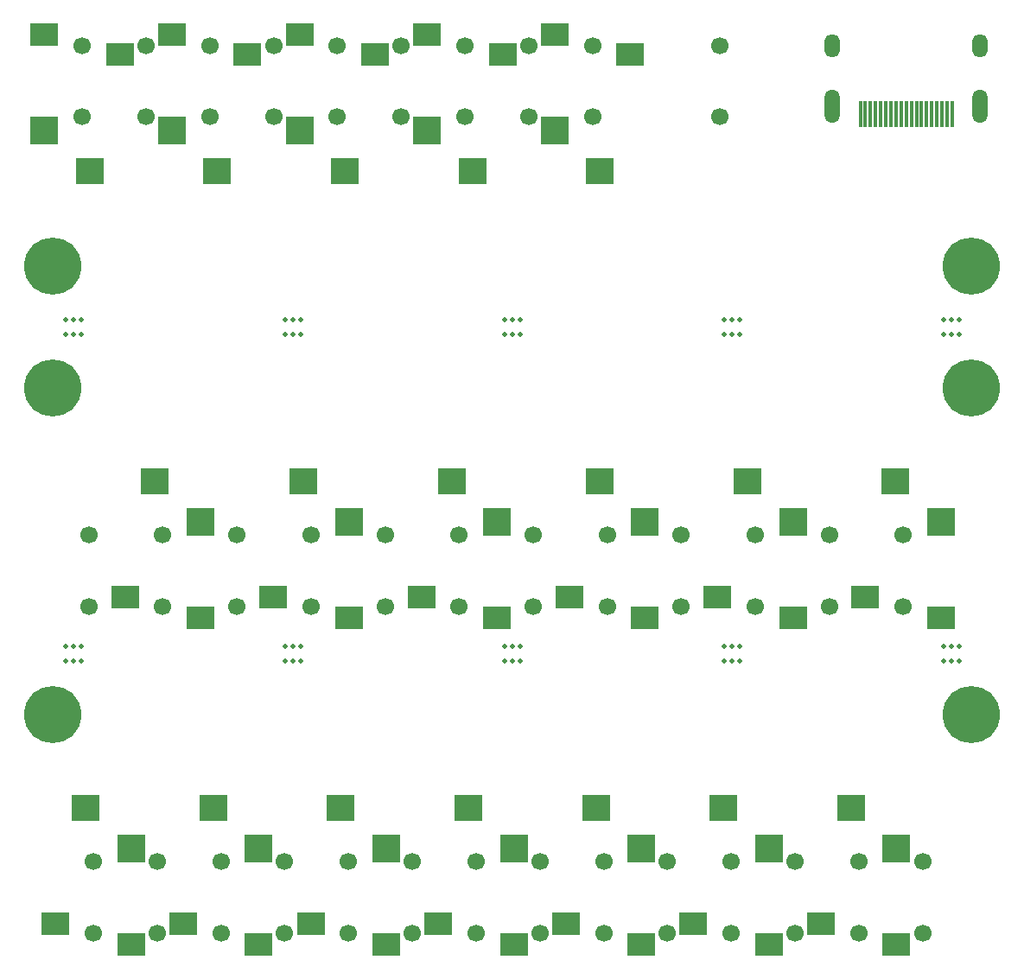
<source format=gbr>
%TF.GenerationSoftware,KiCad,Pcbnew,8.0.5*%
%TF.CreationDate,2024-11-15T20:40:57-05:00*%
%TF.ProjectId,One-8-DM5,4f6e652d-382d-4444-9d35-2e6b69636164,rev?*%
%TF.SameCoordinates,Original*%
%TF.FileFunction,Soldermask,Top*%
%TF.FilePolarity,Negative*%
%FSLAX46Y46*%
G04 Gerber Fmt 4.6, Leading zero omitted, Abs format (unit mm)*
G04 Created by KiCad (PCBNEW 8.0.5) date 2024-11-15 20:40:57*
%MOMM*%
%LPD*%
G01*
G04 APERTURE LIST*
%ADD10C,0.500000*%
%ADD11C,1.700000*%
%ADD12R,2.800000X2.200000*%
%ADD13R,2.800000X2.800000*%
%ADD14R,2.800000X2.600000*%
%ADD15C,5.600000*%
%ADD16R,0.300000X2.600000*%
%ADD17O,1.500000X3.300000*%
%ADD18O,1.500000X2.300000*%
G04 APERTURE END LIST*
D10*
%TO.C,H9*%
X174012500Y-76100000D03*
X174012500Y-77600000D03*
X174762500Y-76100000D03*
X174762500Y-77600000D03*
X175512500Y-76100000D03*
X175512500Y-77600000D03*
%TD*%
D11*
%TO.C,J4*%
X171212500Y-136250000D03*
X171212500Y-129250000D03*
D12*
X167512500Y-135350000D03*
X174912500Y-137350000D03*
D13*
X174912500Y-127950000D03*
D14*
X170462500Y-123950000D03*
%TD*%
D11*
%TO.C,J3*%
X158712500Y-136250000D03*
X158712500Y-129250000D03*
D12*
X155012500Y-135350000D03*
X162412500Y-137350000D03*
D13*
X162412500Y-127950000D03*
D14*
X157962500Y-123950000D03*
%TD*%
D15*
%TO.C,H4*%
X219762500Y-82850000D03*
%TD*%
D11*
%TO.C,J9*%
X140512500Y-104250000D03*
X140512500Y-97250000D03*
D12*
X136812500Y-103350000D03*
X144212500Y-105350000D03*
D13*
X144212500Y-95950000D03*
D14*
X139762500Y-91950000D03*
%TD*%
D11*
%TO.C,J1*%
X133712500Y-136250000D03*
X133712500Y-129250000D03*
D12*
X130012500Y-135350000D03*
X137412500Y-137350000D03*
D13*
X137412500Y-127950000D03*
D14*
X132962500Y-123950000D03*
%TD*%
D15*
%TO.C,H5*%
X129762500Y-114850000D03*
%TD*%
%TO.C,H2*%
X219762500Y-70850000D03*
%TD*%
D10*
%TO.C,H16*%
X217012500Y-108100000D03*
X217012500Y-109600000D03*
X217762500Y-108100000D03*
X217762500Y-109600000D03*
X218512500Y-108100000D03*
X218512500Y-109600000D03*
%TD*%
%TO.C,H7*%
X131012500Y-76100000D03*
X131012500Y-77600000D03*
X131762500Y-76100000D03*
X131762500Y-77600000D03*
X132512500Y-76100000D03*
X132512500Y-77600000D03*
%TD*%
D11*
%TO.C,J16*%
X145112500Y-49255000D03*
X145112500Y-56255000D03*
D12*
X148812500Y-50155000D03*
X141412500Y-48155000D03*
D13*
X141412500Y-57555000D03*
D14*
X145862500Y-61555000D03*
%TD*%
D11*
%TO.C,J26*%
X155062500Y-104250000D03*
X155062500Y-97250000D03*
D12*
X151362500Y-103350000D03*
X158762500Y-105350000D03*
D13*
X158762500Y-95950000D03*
D14*
X154312500Y-91950000D03*
%TD*%
D11*
%TO.C,J7*%
X208712500Y-136250000D03*
X208712500Y-129250000D03*
D12*
X205012500Y-135350000D03*
X212412500Y-137350000D03*
D13*
X212412500Y-127950000D03*
D14*
X207962500Y-123950000D03*
%TD*%
D11*
%TO.C,J27*%
X169562500Y-104250000D03*
X169562500Y-97250000D03*
D12*
X165862500Y-103350000D03*
X173262500Y-105350000D03*
D13*
X173262500Y-95950000D03*
D14*
X168812500Y-91950000D03*
%TD*%
D10*
%TO.C,H13*%
X152512500Y-108100000D03*
X152512500Y-109600000D03*
X153262500Y-108100000D03*
X153262500Y-109600000D03*
X154012500Y-108100000D03*
X154012500Y-109600000D03*
%TD*%
%TO.C,H10*%
X195512500Y-76100000D03*
X195512500Y-77600000D03*
X196262500Y-76100000D03*
X196262500Y-77600000D03*
X197012500Y-76100000D03*
X197012500Y-77600000D03*
%TD*%
D16*
%TO.C,J23*%
X208862500Y-55975000D03*
X209362500Y-55975000D03*
X209862500Y-55975000D03*
X210362500Y-55975000D03*
X210862500Y-55975000D03*
X211362500Y-55975000D03*
X211862500Y-55975000D03*
X212362500Y-55975000D03*
X212862500Y-55975000D03*
X213362500Y-55975000D03*
X213862500Y-55975000D03*
X214362500Y-55975000D03*
X214862500Y-55975000D03*
X215362500Y-55975000D03*
X215862500Y-55975000D03*
X216362500Y-55975000D03*
X216862500Y-55975000D03*
X217362500Y-55975000D03*
X217862500Y-55975000D03*
D17*
X206112500Y-55215000D03*
X220612500Y-55215000D03*
D18*
X206112500Y-49255000D03*
X220612500Y-49255000D03*
%TD*%
D11*
%TO.C,J22*%
X182612500Y-49255000D03*
X182612500Y-56255000D03*
D12*
X186312500Y-50155000D03*
X178912500Y-48155000D03*
D13*
X178912500Y-57555000D03*
D14*
X183362500Y-61555000D03*
%TD*%
D10*
%TO.C,H15*%
X195512500Y-108100000D03*
X195512500Y-109600000D03*
X196262500Y-108100000D03*
X196262500Y-109600000D03*
X197012500Y-108100000D03*
X197012500Y-109600000D03*
%TD*%
D11*
%TO.C,J2*%
X146212500Y-136250000D03*
X146212500Y-129250000D03*
D12*
X142512500Y-135350000D03*
X149912500Y-137350000D03*
D13*
X149912500Y-127950000D03*
D14*
X145462500Y-123950000D03*
%TD*%
D10*
%TO.C,H14*%
X174012500Y-108100000D03*
X174012500Y-109600000D03*
X174762500Y-108100000D03*
X174762500Y-109600000D03*
X175512500Y-108100000D03*
X175512500Y-109600000D03*
%TD*%
D11*
%TO.C,J6*%
X196212500Y-136250000D03*
X196212500Y-129250000D03*
D12*
X192512500Y-135350000D03*
X199912500Y-137350000D03*
D13*
X199912500Y-127950000D03*
D14*
X195462500Y-123950000D03*
%TD*%
D15*
%TO.C,H1*%
X129762500Y-70850000D03*
%TD*%
D11*
%TO.C,J31*%
X213062500Y-104250000D03*
X213062500Y-97250000D03*
D12*
X209362500Y-103350000D03*
X216762500Y-105350000D03*
D13*
X216762500Y-95950000D03*
D14*
X212312500Y-91950000D03*
%TD*%
D11*
%TO.C,J18*%
X157612500Y-49255000D03*
X157612500Y-56255000D03*
D12*
X161312500Y-50155000D03*
X153912500Y-48155000D03*
D13*
X153912500Y-57555000D03*
D14*
X158362500Y-61555000D03*
%TD*%
D10*
%TO.C,H11*%
X217012500Y-76100000D03*
X217012500Y-77600000D03*
X217762500Y-76100000D03*
X217762500Y-77600000D03*
X218512500Y-76100000D03*
X218512500Y-77600000D03*
%TD*%
%TO.C,H12*%
X131012500Y-108100000D03*
X131012500Y-109600000D03*
X131762500Y-108100000D03*
X131762500Y-109600000D03*
X132512500Y-108100000D03*
X132512500Y-109600000D03*
%TD*%
D11*
%TO.C,J13*%
X132612500Y-49255000D03*
X132612500Y-56255000D03*
D12*
X136312500Y-50155000D03*
X128912500Y-48155000D03*
D13*
X128912500Y-57555000D03*
D14*
X133362500Y-61555000D03*
%TD*%
D11*
%TO.C,J34*%
X184062500Y-104250000D03*
X184062500Y-97250000D03*
D12*
X180362500Y-103350000D03*
X187762500Y-105350000D03*
D13*
X187762500Y-95950000D03*
D14*
X183312500Y-91950000D03*
%TD*%
D10*
%TO.C,H8*%
X152512500Y-76100000D03*
X152512500Y-77600000D03*
X153262500Y-76100000D03*
X153262500Y-77600000D03*
X154012500Y-76100000D03*
X154012500Y-77600000D03*
%TD*%
D11*
%TO.C,J20*%
X170112500Y-49255000D03*
X170112500Y-56255000D03*
D12*
X173812500Y-50155000D03*
X166412500Y-48155000D03*
D13*
X166412500Y-57555000D03*
D14*
X170862500Y-61555000D03*
%TD*%
D11*
%TO.C,J30*%
X198562500Y-104250000D03*
X198562500Y-97250000D03*
D12*
X194862500Y-103350000D03*
X202262500Y-105350000D03*
D13*
X202262500Y-95950000D03*
D14*
X197812500Y-91950000D03*
%TD*%
D15*
%TO.C,H3*%
X129762500Y-82850000D03*
%TD*%
%TO.C,H6*%
X219762500Y-114850000D03*
%TD*%
D11*
%TO.C,J5*%
X183712500Y-136250000D03*
X183712500Y-129250000D03*
D12*
X180012500Y-135350000D03*
X187412500Y-137350000D03*
D13*
X187412500Y-127950000D03*
D14*
X182962500Y-123950000D03*
%TD*%
D11*
%TO.C,J19*%
X163895800Y-49255000D03*
X163895800Y-56255000D03*
%TD*%
%TO.C,J38*%
X202462500Y-136250000D03*
X202462500Y-129250000D03*
%TD*%
%TO.C,J8*%
X139962500Y-136250000D03*
X139962500Y-129250000D03*
%TD*%
%TO.C,J39*%
X214962500Y-136250000D03*
X214962500Y-129250000D03*
%TD*%
%TO.C,J12*%
X133312500Y-104250000D03*
X133312500Y-97250000D03*
%TD*%
%TO.C,J21*%
X176412500Y-49255000D03*
X176412500Y-56255000D03*
%TD*%
%TO.C,J32*%
X164962500Y-136250000D03*
X164962500Y-129250000D03*
%TD*%
%TO.C,J28*%
X205812500Y-104250000D03*
X205812500Y-97250000D03*
%TD*%
%TO.C,J25*%
X162312500Y-104250000D03*
X162312500Y-97250000D03*
%TD*%
%TO.C,J35*%
X176812500Y-104250000D03*
X176812500Y-97250000D03*
%TD*%
%TO.C,J17*%
X151379200Y-49255000D03*
X151379200Y-56255000D03*
%TD*%
%TO.C,J10*%
X147812500Y-104250000D03*
X147812500Y-97250000D03*
%TD*%
%TO.C,J29*%
X152462500Y-136250000D03*
X152462500Y-129250000D03*
%TD*%
%TO.C,J37*%
X189962500Y-136250000D03*
X189962500Y-129250000D03*
%TD*%
%TO.C,J36*%
X191312500Y-104250000D03*
X191312500Y-97250000D03*
%TD*%
%TO.C,J15*%
X138862500Y-49255000D03*
X138862500Y-56255000D03*
%TD*%
%TO.C,J33*%
X177462500Y-136250000D03*
X177462500Y-129250000D03*
%TD*%
%TO.C,J24*%
X195112500Y-49255000D03*
X195112500Y-56255000D03*
%TD*%
M02*

</source>
